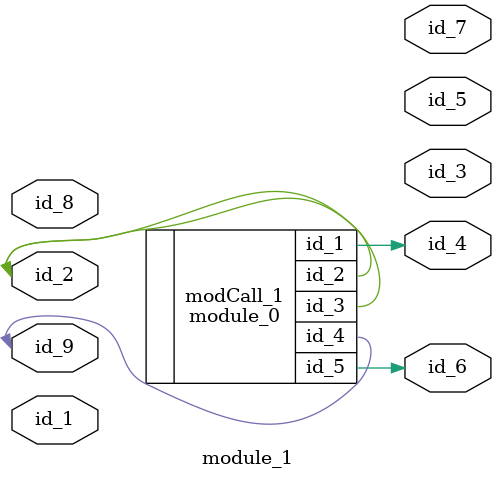
<source format=v>
module module_0 (
    id_1,
    id_2,
    id_3,
    id_4,
    id_5
);
  output wire id_5;
  output wire id_4;
  inout wire id_3;
  inout wire id_2;
  output wire id_1;
  assign id_1 = id_2;
endmodule
module module_1 (
    id_1,
    id_2,
    id_3,
    id_4,
    id_5,
    id_6,
    id_7,
    id_8,
    id_9
);
  inout wire id_9;
  inout wire id_8;
  output wire id_7;
  module_0 modCall_1 (
      id_4,
      id_2,
      id_2,
      id_9,
      id_6
  );
  output wire id_6;
  output wire id_5;
  output wire id_4;
  output wire id_3;
  inout wire id_2;
  input wire id_1;
endmodule

</source>
